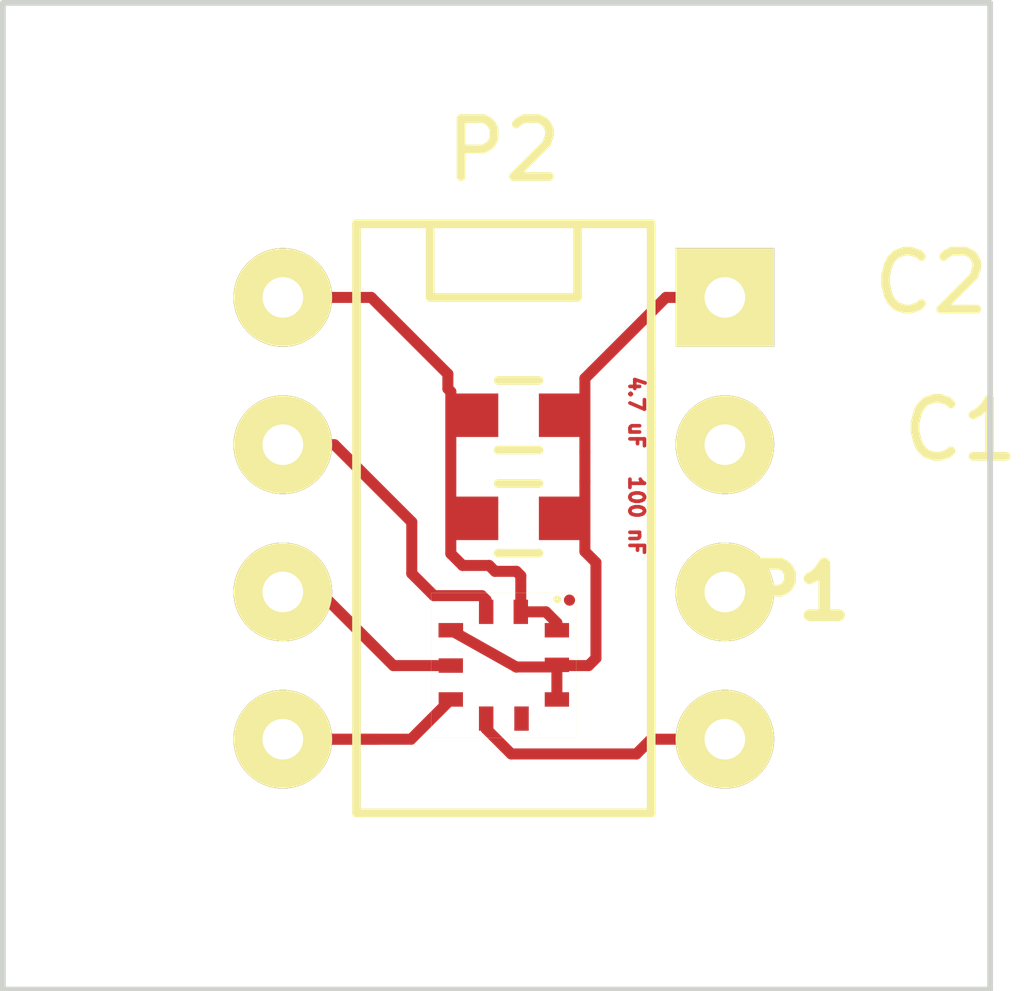
<source format=kicad_pcb>
(kicad_pcb (version 4) (host pcbnew "(2015-03-06 BZR 5484)-product")

  (general
    (links 13)
    (no_connects 4)
    (area 115.054619 68.143 149.542048 102.970001)
    (thickness 1.6)
    (drawings 14)
    (tracks 57)
    (zones 0)
    (modules 4)
    (nets 7)
  )

  (page A4)
  (layers
    (0 F.Cu signal)
    (31 B.Cu signal)
    (32 B.Adhes user)
    (33 F.Adhes user)
    (34 B.Paste user)
    (35 F.Paste user)
    (36 B.SilkS user)
    (37 F.SilkS user)
    (38 B.Mask user)
    (39 F.Mask user)
    (40 Dwgs.User user)
    (41 Cmts.User user)
    (42 Eco1.User user)
    (43 Eco2.User user hide)
    (44 Edge.Cuts user)
    (45 Margin user)
    (46 B.CrtYd user)
    (47 F.CrtYd user)
    (48 B.Fab user)
    (49 F.Fab user hide)
  )

  (setup
    (last_trace_width 0.19)
    (trace_clearance 0.02)
    (zone_clearance 0.508)
    (zone_45_only no)
    (trace_min 0.18)
    (segment_width 0.2)
    (edge_width 0.1)
    (via_size 0.889)
    (via_drill 0.635)
    (via_min_size 0.889)
    (via_min_drill 0.508)
    (uvia_size 0.508)
    (uvia_drill 0.127)
    (uvias_allowed no)
    (uvia_min_size 0.508)
    (uvia_min_drill 0.127)
    (pcb_text_width 0.3)
    (pcb_text_size 1.5 1.5)
    (mod_edge_width 0.15)
    (mod_text_size 1 1)
    (mod_text_width 0.15)
    (pad_size 1.7 1.7)
    (pad_drill 0.7)
    (pad_to_mask_clearance 0)
    (aux_axis_origin 0 0)
    (visible_elements FFFFFF7F)
    (pcbplotparams
      (layerselection 0x00000_00000001)
      (usegerberextensions false)
      (excludeedgelayer false)
      (linewidth 0.100000)
      (plotframeref false)
      (viasonmask false)
      (mode 1)
      (useauxorigin false)
      (hpglpennumber 1)
      (hpglpenspeed 20)
      (hpglpendiameter 15)
      (hpglpenoverlay 2)
      (psnegative false)
      (psa4output false)
      (plotreference false)
      (plotvalue false)
      (plotinvisibletext false)
      (padsonsilk false)
      (subtractmaskfromsilk false)
      (outputformat 2)
      (mirror true)
      (drillshape 2)
      (scaleselection 1)
      (outputdirectory ""))
  )

  (net 0 "")
  (net 1 /Vcc)
  (net 2 GND)
  (net 3 /CS)
  (net 4 /SDO)
  (net 5 /SDI)
  (net 6 /CLK)

  (net_class Default "This is the default net class."
    (clearance 0.02)
    (trace_width 0.19)
    (via_dia 0.889)
    (via_drill 0.635)
    (uvia_dia 0.508)
    (uvia_drill 0.127)
    (add_net /CLK)
    (add_net /CS)
    (add_net /SDI)
    (add_net /SDO)
    (add_net /Vcc)
    (add_net GND)
  )

  (module Capacitors_SMD:C_0603 (layer F.Cu) (tedit 55019EFD) (tstamp 550196CD)
    (at 138.43 94.742)
    (descr "Capacitor SMD 0603, reflow soldering, AVX (see smccp.pdf)")
    (tags "capacitor 0603")
    (path /550180DE)
    (attr smd)
    (fp_text reference C1 (at 7.62 -1.524) (layer F.SilkS)
      (effects (font (size 1 1) (thickness 0.15)))
    )
    (fp_text value "4.7 uF" (at -20.828 -19.304) (layer F.Fab)
      (effects (font (size 1 1) (thickness 0.15)))
    )
    (fp_line (start -1.45 -0.75) (end 1.45 -0.75) (layer F.CrtYd) (width 0.05))
    (fp_line (start -1.45 0.75) (end 1.45 0.75) (layer F.CrtYd) (width 0.05))
    (fp_line (start -1.45 -0.75) (end -1.45 0.75) (layer F.CrtYd) (width 0.05))
    (fp_line (start 1.45 -0.75) (end 1.45 0.75) (layer F.CrtYd) (width 0.05))
    (fp_line (start -0.35 -0.6) (end 0.35 -0.6) (layer F.SilkS) (width 0.15))
    (fp_line (start 0.35 0.6) (end -0.35 0.6) (layer F.SilkS) (width 0.15))
    (pad 1 smd rect (at -0.75 0) (size 0.8 0.75) (layers F.Cu F.Paste F.Mask)
      (net 1 /Vcc))
    (pad 2 smd rect (at 0.75 0) (size 0.8 0.75) (layers F.Cu F.Paste F.Mask)
      (net 2 GND))
    (model Capacitors_SMD.3dshapes/C_0603.wrl
      (at (xyz 0 0 0))
      (scale (xyz 1 1 1))
      (rotate (xyz 0 0 0))
    )
  )

  (module Capacitors_SMD:C_0603 (layer F.Cu) (tedit 55019EFC) (tstamp 550196D9)
    (at 138.43 92.964)
    (descr "Capacitor SMD 0603, reflow soldering, AVX (see smccp.pdf)")
    (tags "capacitor 0603")
    (path /5501810D)
    (attr smd)
    (fp_text reference C2 (at 7.112 -2.286) (layer F.SilkS)
      (effects (font (size 1 1) (thickness 0.15)))
    )
    (fp_text value "100 uF" (at -0.762 -23.876) (layer F.Fab)
      (effects (font (size 1 1) (thickness 0.15)))
    )
    (fp_line (start -1.45 -0.75) (end 1.45 -0.75) (layer F.CrtYd) (width 0.05))
    (fp_line (start -1.45 0.75) (end 1.45 0.75) (layer F.CrtYd) (width 0.05))
    (fp_line (start -1.45 -0.75) (end -1.45 0.75) (layer F.CrtYd) (width 0.05))
    (fp_line (start 1.45 -0.75) (end 1.45 0.75) (layer F.CrtYd) (width 0.05))
    (fp_line (start -0.35 -0.6) (end 0.35 -0.6) (layer F.SilkS) (width 0.15))
    (fp_line (start 0.35 0.6) (end -0.35 0.6) (layer F.SilkS) (width 0.15))
    (pad 1 smd rect (at -0.75 0) (size 0.8 0.75) (layers F.Cu F.Paste F.Mask)
      (net 1 /Vcc))
    (pad 2 smd rect (at 0.75 0) (size 0.8 0.75) (layers F.Cu F.Paste F.Mask)
      (net 2 GND))
    (model Capacitors_SMD.3dshapes/C_0603.wrl
      (at (xyz 0 0 0))
      (scale (xyz 1 1 1))
      (rotate (xyz 0 0 0))
    )
  )

  (module Sockets_DIP:DIP-8__300 (layer F.Cu) (tedit 550FDB1B) (tstamp 550196FF)
    (at 138.176 94.742 270)
    (descr "8 pins DIL package, round pads")
    (tags DIL)
    (path /55017838)
    (fp_text reference P2 (at -6.35 0 360) (layer F.SilkS)
      (effects (font (size 1 1) (thickness 0.15)))
    )
    (fp_text value DIL8 (at 0 -9.652 270) (layer F.Fab)
      (effects (font (size 1 1) (thickness 0.15)))
    )
    (fp_line (start -5.08 -1.27) (end -3.81 -1.27) (layer F.SilkS) (width 0.15))
    (fp_line (start -3.81 -1.27) (end -3.81 1.27) (layer F.SilkS) (width 0.15))
    (fp_line (start -3.81 1.27) (end -5.08 1.27) (layer F.SilkS) (width 0.15))
    (fp_line (start -5.08 -2.54) (end 5.08 -2.54) (layer F.SilkS) (width 0.15))
    (fp_line (start 5.08 -2.54) (end 5.08 2.54) (layer F.SilkS) (width 0.15))
    (fp_line (start 5.08 2.54) (end -5.08 2.54) (layer F.SilkS) (width 0.15))
    (fp_line (start -5.08 2.54) (end -5.08 -2.54) (layer F.SilkS) (width 0.15))
    (pad 1 thru_hole circle (at -3.81 3.81 270) (size 1.7 1.7) (drill 0.7) (layers *.Cu *.Mask F.SilkS)
      (net 1 /Vcc))
    (pad 2 thru_hole circle (at -1.27 3.81 270) (size 1.7 1.7) (drill 0.7) (layers *.Cu *.Mask F.SilkS)
      (net 6 /CLK))
    (pad 3 thru_hole circle (at 1.27 3.81 270) (size 1.7 1.7) (drill 0.7) (layers *.Cu *.Mask F.SilkS)
      (net 5 /SDI))
    (pad 4 thru_hole circle (at 3.81 3.81 270) (size 1.7 1.7) (drill 0.7) (layers *.Cu *.Mask F.SilkS)
      (net 4 /SDO))
    (pad 5 thru_hole circle (at 3.81 -3.81 270) (size 1.7 1.7) (drill 0.7) (layers *.Cu *.Mask F.SilkS)
      (net 3 /CS))
    (pad 6 thru_hole circle (at 1.27 -3.81 270) (size 1.7 1.7) (drill 0.7) (layers *.Cu *.Mask F.SilkS))
    (pad 7 thru_hole circle (at -1.27 -3.81 270) (size 1.7 1.7) (drill 0.7) (layers *.Cu *.Mask F.SilkS))
    (pad 8 thru_hole rect (at -3.81 -3.81 270) (size 1.7 1.7) (drill 0.7) (layers *.Cu *.Mask F.SilkS)
      (net 2 GND))
    (model Sockets_DIP.3dshapes/DIP-8__300.wrl
      (at (xyz 0 0 0))
      (scale (xyz 1 1 1))
      (rotate (xyz 0 0 0))
    )
  )

  (module LGA:HCLGA-10L (layer F.Cu) (tedit 550FD9FD) (tstamp 550FDB3C)
    (at 138.176 97.282)
    (path /550177FC)
    (attr smd)
    (fp_text reference P1 (at 5.08 -1.27) (layer F.SilkS)
      (effects (font (size 0.889 0.889) (thickness 0.2032)))
    )
    (fp_text value DIL10 (at 5.08 1.27) (layer F.SilkS) hide
      (effects (font (size 0.762 0.762) (thickness 0.127)))
    )
    (fp_line (start -1.25 -1.25) (end 1.25 -1.25) (layer F.SilkS) (width 0.00254))
    (fp_line (start 1.25 -1.25) (end 1.25 1.25) (layer F.SilkS) (width 0.00254))
    (fp_line (start 1.25 1.25) (end -1.25 1.25) (layer F.SilkS) (width 0.00254))
    (fp_line (start -1.25 1.25) (end -1.25 -1.25) (layer F.SilkS) (width 0.00254))
    (fp_circle (center 0.91948 -1.143) (end 0.95758 -1.1303) (layer F.SilkS) (width 0.0508))
    (pad 3 smd rect (at -0.9144 -0.6096) (size 0.42418 0.24892) (layers F.Cu F.Paste F.Mask)
      (net 2 GND) (clearance 0.05))
    (pad 4 smd rect (at -0.9144 0) (size 0.4191 0.24892) (layers F.Cu F.Paste F.Mask)
      (net 5 /SDI) (clearance 0.01))
    (pad 5 smd rect (at -0.9144 0.5842) (size 0.4191 0.24892) (layers F.Cu F.Paste F.Mask)
      (net 4 /SDO) (clearance 0.01))
    (pad 6 smd rect (at -0.3048 0.9144) (size 0.24892 0.4191) (layers F.Cu F.Paste F.Mask)
      (net 3 /CS) (clearance 0.05))
    (pad 7 smd rect (at 0.3048 0.9144) (size 0.24892 0.4191) (layers F.Cu F.Paste F.Mask)
      (clearance 0.05))
    (pad 8 smd rect (at 0.9144 0.5842) (size 0.4191 0.24892) (layers F.Cu F.Paste F.Mask)
      (net 2 GND) (clearance 0.05))
    (pad 9 smd rect (at 0.9144 -0.0127) (size 0.4191 0.24892) (layers F.Cu F.Paste F.Mask)
      (net 2 GND) (clearance 0.05))
    (pad 10 smd rect (at 0.9144 -0.6096) (size 0.4191 0.24892) (layers F.Cu F.Paste F.Mask)
      (net 1 /Vcc) (clearance 0.05))
    (pad 2 smd rect (at -0.3048 -0.9271) (size 0.24892 0.4191) (layers F.Cu F.Paste F.Mask)
      (net 6 /CLK) (clearance 0.05))
    (pad 1 smd rect (at 0.2921 -0.9271) (size 0.24892 0.4191) (layers F.Cu F.Paste F.Mask)
      (net 1 /Vcc) (clearance 0.05))
    (model smd/cms_so14.wrl
      (at (xyz 0 0 0))
      (scale (xyz 0.25 0.35 0.25))
      (rotate (xyz 0 0 0))
    )
  )

  (gr_line (start 129.54 102.87) (end 146.558 102.87) (angle 90) (layer Edge.Cuts) (width 0.1))
  (gr_line (start 129.54 85.852) (end 129.54 102.87) (angle 90) (layer Edge.Cuts) (width 0.1))
  (gr_line (start 146.558 85.852) (end 146.558 102.87) (angle 90) (layer Edge.Cuts) (width 0.1))
  (gr_line (start 129.54 85.852) (end 146.558 85.852) (angle 90) (layer Edge.Cuts) (width 0.1))
  (gr_line (start 129.54 85.852) (end 146.558 85.852) (angle 90) (layer F.Fab) (width 0.2) (tstamp 550FDD9D))
  (gr_line (start 129.54 102.87) (end 146.558 102.87) (angle 90) (layer F.Fab) (width 0.2) (tstamp 550FDD9C))
  (gr_line (start 129.54 85.852) (end 129.54 102.87) (angle 90) (layer F.Fab) (width 0.2) (tstamp 550FDD9B))
  (gr_line (start 146.558 85.852) (end 146.558 102.87) (angle 90) (layer F.Fab) (width 0.2) (tstamp 550FDD9A))
  (gr_text "100 nF" (at 140.462 94.6912 270) (layer F.Cu)
    (effects (font (size 0.25 0.25) (thickness 0.0625)))
  )
  (gr_text "4.7 uF" (at 140.462 92.9132 270) (layer F.Cu)
    (effects (font (size 0.25 0.25) (thickness 0.0625)))
  )
  (gr_line (start 146.558 85.852) (end 146.558 102.87) (angle 90) (layer F.Fab) (width 0.2) (tstamp 55019EF6))
  (gr_line (start 129.54 85.852) (end 129.54 102.87) (angle 90) (layer F.Fab) (width 0.2))
  (gr_line (start 129.54 102.87) (end 146.558 102.87) (angle 90) (layer F.Fab) (width 0.2) (tstamp 55019EAD))
  (gr_line (start 129.54 85.852) (end 146.558 85.852) (angle 90) (layer F.Fab) (width 0.2))

  (segment (start 139.3063 96.1517) (end 139.30884 96.15424) (width 0.19) (layer F.Cu) (net 0))
  (segment (start 137.2108 92.2528) (end 137.2108 92.5068) (width 0.19) (layer F.Cu) (net 1))
  (segment (start 138.0236 95.6564) (end 138.3919 95.6564) (width 0.19) (layer F.Cu) (net 1) (tstamp 550FDD48))
  (segment (start 137.922 95.5548) (end 138.0236 95.6564) (width 0.19) (layer F.Cu) (net 1) (tstamp 550FDD44))
  (segment (start 137.4648 95.5548) (end 137.922 95.5548) (width 0.19) (layer F.Cu) (net 1) (tstamp 550FDD42))
  (segment (start 137.2616 95.3516) (end 137.4648 95.5548) (width 0.19) (layer F.Cu) (net 1) (tstamp 550FDD3D))
  (segment (start 137.2616 92.5576) (end 137.2616 95.3516) (width 0.19) (layer F.Cu) (net 1) (tstamp 550FDD3C))
  (segment (start 137.2108 92.5068) (end 137.2616 92.5576) (width 0.19) (layer F.Cu) (net 1) (tstamp 550FDD39))
  (segment (start 138.4681 96.3549) (end 138.8999 96.3549) (width 0.19) (layer F.Cu) (net 1))
  (segment (start 139.0904 96.5454) (end 139.0904 96.6724) (width 0.19) (layer F.Cu) (net 1) (tstamp 550FDB97))
  (segment (start 138.8999 96.3549) (end 139.0904 96.5454) (width 0.19) (layer F.Cu) (net 1) (tstamp 550FDB96))
  (segment (start 137.68 94.742) (end 137.68 94.9445) (width 0.19) (layer F.Cu) (net 1))
  (segment (start 138.3919 95.6564) (end 138.4681 95.7326) (width 0.19) (layer F.Cu) (net 1) (tstamp 550FDD4B))
  (segment (start 138.4681 95.7326) (end 138.4681 96.3549) (width 0.19) (layer F.Cu) (net 1) (tstamp 550FDB93))
  (segment (start 137.68 92.722) (end 137.68 92.964) (width 0.19) (layer F.Cu) (net 1) (tstamp 55019813))
  (segment (start 135.89 90.932) (end 137.2108 92.2528) (width 0.19) (layer F.Cu) (net 1) (tstamp 55019812))
  (segment (start 134.366 90.932) (end 135.89 90.932) (width 0.19) (layer F.Cu) (net 1))
  (segment (start 138.388863 97.305694) (end 139.054006 97.305694) (width 0.19) (layer F.Cu) (net 2))
  (segment (start 139.054006 97.305694) (end 139.0904 97.2693) (width 0.19) (layer F.Cu) (net 2) (tstamp 550FDC01))
  (segment (start 139.0904 97.2693) (end 139.0904 97.8662) (width 0.19) (layer F.Cu) (net 2))
  (segment (start 138.3919 97.3074) (end 138.388863 97.305694) (width 0.19) (layer F.Cu) (net 2) (tstamp 550FDBA8))
  (segment (start 138.388863 97.305694) (end 137.2616 96.6724) (width 0.19) (layer F.Cu) (net 2) (tstamp 550FDBFF))
  (segment (start 139.7 92.202) (end 139.573 92.329) (width 0.19) (layer F.Cu) (net 2))
  (segment (start 139.6365 97.282) (end 139.1031 97.282) (width 0.19) (layer F.Cu) (net 2) (tstamp 550FDBA1))
  (segment (start 139.7635 97.155) (end 139.6365 97.282) (width 0.19) (layer F.Cu) (net 2) (tstamp 550FDBA0))
  (segment (start 139.7635 96.8375) (end 139.7635 97.155) (width 0.19) (layer F.Cu) (net 2) (tstamp 550FDB9F))
  (segment (start 139.7635 95.504) (end 139.7635 96.8375) (width 0.19) (layer F.Cu) (net 2) (tstamp 550FDB9E))
  (segment (start 139.573 95.3135) (end 139.7635 95.504) (width 0.19) (layer F.Cu) (net 2) (tstamp 550FDB9D))
  (segment (start 139.573 94.107) (end 139.573 95.3135) (width 0.19) (layer F.Cu) (net 2) (tstamp 550FDB9C))
  (segment (start 139.573 93.599) (end 139.573 94.107) (width 0.19) (layer F.Cu) (net 2) (tstamp 550FDB9B))
  (segment (start 139.573 92.329) (end 139.573 93.599) (width 0.19) (layer F.Cu) (net 2) (tstamp 550FDB9A))
  (segment (start 139.1031 97.282) (end 139.0904 97.2693) (width 0.19) (layer F.Cu) (net 2) (tstamp 550FDBA2))
  (segment (start 141.986 90.932) (end 141.986 91.567) (width 0.19) (layer F.Cu) (net 2))
  (segment (start 140.97 90.932) (end 139.7 92.202) (width 0.19) (layer F.Cu) (net 2) (tstamp 5501978C))
  (segment (start 141.986 90.932) (end 140.97 90.932) (width 0.19) (layer F.Cu) (net 2))
  (segment (start 137.8712 98.1964) (end 137.8712 98.3742) (width 0.19) (layer F.Cu) (net 3))
  (segment (start 137.8712 98.3742) (end 138.303 98.806) (width 0.19) (layer F.Cu) (net 3) (tstamp 550FDBB1))
  (segment (start 138.303 98.806) (end 140.462 98.806) (width 0.19) (layer F.Cu) (net 3) (tstamp 550FDBB3))
  (segment (start 140.462 98.806) (end 140.716 98.552) (width 0.19) (layer F.Cu) (net 3) (tstamp 550FDBB7))
  (segment (start 141.986 98.552) (end 140.716 98.552) (width 0.19) (layer F.Cu) (net 3))
  (segment (start 134.366 98.552) (end 136.5758 98.552) (width 0.19) (layer F.Cu) (net 4))
  (segment (start 136.5758 98.552) (end 137.2616 97.8662) (width 0.19) (layer F.Cu) (net 4) (tstamp 550FDBBD))
  (segment (start 134.366 98.552) (end 136.017 98.552) (width 0.19) (layer F.Cu) (net 4))
  (segment (start 134.62 98.552) (end 134.366 98.552) (width 0.19) (layer F.Cu) (net 4) (tstamp 5509E04C))
  (segment (start 134.366 96.012) (end 135.001 96.012) (width 0.19) (layer F.Cu) (net 5))
  (segment (start 135.001 96.012) (end 136.271 97.282) (width 0.19) (layer F.Cu) (net 5) (tstamp 550FDBC1))
  (segment (start 136.271 97.282) (end 137.2616 97.282) (width 0.19) (layer F.Cu) (net 5) (tstamp 550FDBC3))
  (segment (start 134.112 96.012) (end 134.366 96.012) (width 0.19) (layer F.Cu) (net 5) (tstamp 5509E0E2))
  (segment (start 135.0264 96.012) (end 134.366 96.012) (width 0.19) (layer F.Cu) (net 5) (tstamp 55019AC1))
  (segment (start 134.366 93.472) (end 135.255 93.472) (width 0.19) (layer F.Cu) (net 6))
  (segment (start 137.795 96.0755) (end 137.8712 96.1517) (width 0.19) (layer F.Cu) (net 6) (tstamp 550FDB8C))
  (segment (start 136.9695 96.0755) (end 137.795 96.0755) (width 0.19) (layer F.Cu) (net 6) (tstamp 550FDB8B))
  (segment (start 136.5885 95.6945) (end 136.9695 96.0755) (width 0.19) (layer F.Cu) (net 6) (tstamp 550FDB8A))
  (segment (start 136.5885 94.8055) (end 136.5885 95.6945) (width 0.19) (layer F.Cu) (net 6) (tstamp 550FDB88))
  (segment (start 135.255 93.472) (end 136.5885 94.8055) (width 0.19) (layer F.Cu) (net 6) (tstamp 550FDB86))
  (segment (start 137.8712 96.1517) (end 137.8712 96.3549) (width 0.19) (layer F.Cu) (net 6) (tstamp 550FDB8D))
  (segment (start 133.858 93.472) (end 134.366 93.472) (width 0.19) (layer F.Cu) (net 6) (tstamp 5509E086))

)

</source>
